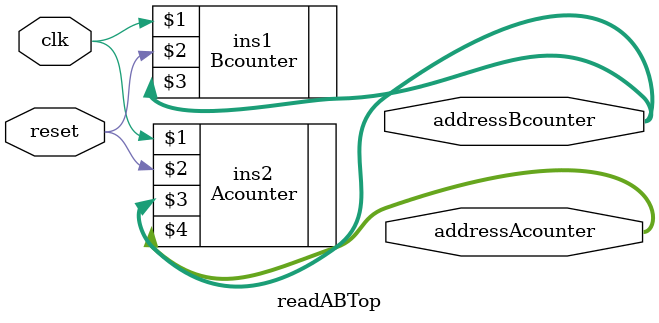
<source format=v>
`timescale 1ns / 1ps

module readABTop(clk,reset,addressAcounter,addressBcounter );
input clk,reset;
output [3:0]addressAcounter,addressBcounter;
Bcounter ins1(clk,reset,addressBcounter);
Acounter ins2(clk,reset,addressBcounter,addressAcounter);

endmodule

</source>
